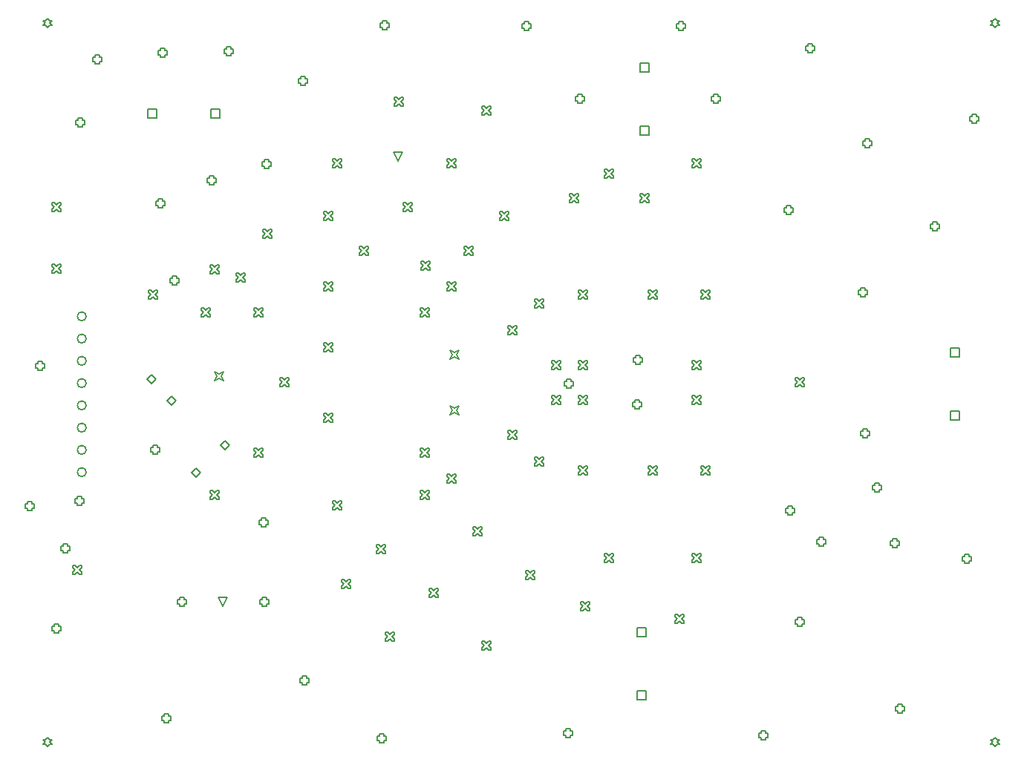
<source format=gbr>
%TF.GenerationSoftware,Altium Limited,Altium Designer,19.1.8 (144)*%
G04 Layer_Color=2752767*
%FSLAX26Y26*%
%MOIN*%
%TF.FileFunction,Drawing*%
%TF.Part,Single*%
G01*
G75*
%TA.AperFunction,NonConductor*%
%ADD70C,0.005000*%
%ADD71C,0.006667*%
D70*
X4208346Y1885512D02*
Y1925512D01*
X4248346D01*
Y1885512D01*
X4208346D01*
Y1602047D02*
Y1642047D01*
X4248346D01*
Y1602047D01*
X4208346D01*
X2802835Y346142D02*
Y386142D01*
X2842835D01*
Y346142D01*
X2802835D01*
Y629606D02*
Y669606D01*
X2842835D01*
Y629606D01*
X2802835D01*
X2814646Y2881575D02*
Y2921575D01*
X2854646D01*
Y2881575D01*
X2814646D01*
Y3165039D02*
Y3205039D01*
X2854646D01*
Y3165039D01*
X2814646D01*
X605984Y2960315D02*
Y3000315D01*
X645984D01*
Y2960315D01*
X605984D01*
X889449D02*
Y3000315D01*
X929449D01*
Y2960315D01*
X889449D01*
X941142Y766417D02*
X921142Y806417D01*
X961142D01*
X941142Y766417D01*
X1729331Y2766417D02*
X1709331Y2806417D01*
X1749331D01*
X1729331Y2766417D01*
X4409449Y3365827D02*
X4419449Y3375827D01*
X4429449D01*
X4419449Y3385827D01*
X4429449Y3395827D01*
X4419449D01*
X4409449Y3405827D01*
X4399449Y3395827D01*
X4389449D01*
X4399449Y3385827D01*
X4389449Y3375827D01*
X4399449D01*
X4409449Y3365827D01*
X157480D02*
X167480Y3375827D01*
X177480D01*
X167480Y3385827D01*
X177480Y3395827D01*
X167480D01*
X157480Y3405827D01*
X147480Y3395827D01*
X137480D01*
X147480Y3385827D01*
X137480Y3375827D01*
X147480D01*
X157480Y3365827D01*
Y137480D02*
X167480Y147480D01*
X177480D01*
X167480Y157480D01*
X177480Y167480D01*
X167480D01*
X157480Y177480D01*
X147480Y167480D01*
X137480D01*
X147480Y157480D01*
X137480Y147480D01*
X147480D01*
X157480Y137480D01*
X4409449D02*
X4419449Y147480D01*
X4429449D01*
X4419449Y157480D01*
X4429449Y167480D01*
X4419449D01*
X4409449Y177480D01*
X4399449Y167480D01*
X4389449D01*
X4399449Y157480D01*
X4389449Y147480D01*
X4399449D01*
X4409449Y137480D01*
X1964252Y1877638D02*
X1974252Y1897638D01*
X1964252Y1917638D01*
X1984252Y1907638D01*
X2004252Y1917638D01*
X1994252Y1897638D01*
X2004252Y1877638D01*
X1984252Y1887638D01*
X1964252Y1877638D01*
Y1625669D02*
X1974252Y1645669D01*
X1964252Y1665669D01*
X1984252Y1655669D01*
X2004252Y1665669D01*
X1994252Y1645669D01*
X2004252Y1625669D01*
X1984252Y1635669D01*
X1964252Y1625669D01*
X905197Y1779213D02*
X915197Y1799213D01*
X905197Y1819213D01*
X925197Y1809213D01*
X945197Y1819213D01*
X935197Y1799213D01*
X945197Y1779213D01*
X925197Y1789213D01*
X905197Y1779213D01*
X627795Y1458504D02*
Y1448504D01*
X647795D01*
Y1458504D01*
X657795D01*
Y1478504D01*
X647795D01*
Y1488504D01*
X627795D01*
Y1478504D01*
X617795D01*
Y1458504D01*
X627795D01*
X112047Y1836457D02*
Y1826457D01*
X132047D01*
Y1836457D01*
X142047D01*
Y1856457D01*
X132047D01*
Y1866457D01*
X112047D01*
Y1856457D01*
X102047D01*
Y1836457D01*
X112047D01*
X883701Y2671102D02*
Y2661102D01*
X903701D01*
Y2671102D01*
X913701D01*
Y2691102D01*
X903701D01*
Y2701102D01*
X883701D01*
Y2691102D01*
X873701D01*
Y2671102D01*
X883701D01*
X3147480Y3037244D02*
Y3027244D01*
X3167480D01*
Y3037244D01*
X3177480D01*
Y3057244D01*
X3167480D01*
Y3067244D01*
X3147480D01*
Y3057244D01*
X3137480D01*
Y3037244D01*
X3147480D01*
X2537244D02*
Y3027244D01*
X2557244D01*
Y3037244D01*
X2567244D01*
Y3057244D01*
X2557244D01*
Y3067244D01*
X2537244D01*
Y3057244D01*
X2527244D01*
Y3037244D01*
X2537244D01*
X716772Y2221102D02*
Y2211102D01*
X736772D01*
Y2221102D01*
X746772D01*
Y2241102D01*
X736772D01*
Y2251102D01*
X716772D01*
Y2241102D01*
X706772D01*
Y2221102D01*
X716772D01*
X609921Y2145354D02*
X619921D01*
X629921Y2155354D01*
X639921Y2145354D01*
X649921D01*
Y2155354D01*
X639921Y2165354D01*
X649921Y2175354D01*
Y2185354D01*
X639921D01*
X629921Y2175354D01*
X619921Y2185354D01*
X609921D01*
Y2175354D01*
X619921Y2165354D01*
X609921Y2155354D01*
Y2145354D01*
X749842Y777402D02*
Y767402D01*
X769842D01*
Y777402D01*
X779842D01*
Y797402D01*
X769842D01*
Y807402D01*
X749842D01*
Y797402D01*
X739842D01*
Y777402D01*
X749842D01*
X3478189Y1186850D02*
Y1176850D01*
X3498189D01*
Y1186850D01*
X3508189D01*
Y1206850D01*
X3498189D01*
Y1216850D01*
X3478189D01*
Y1206850D01*
X3468189D01*
Y1186850D01*
X3478189D01*
X2793150Y1663228D02*
Y1653228D01*
X2813150D01*
Y1663228D01*
X2823150D01*
Y1683228D01*
X2813150D01*
Y1693228D01*
X2793150D01*
Y1683228D01*
X2783150D01*
Y1663228D01*
X2793150D01*
X2797087Y1864016D02*
Y1854016D01*
X2817087D01*
Y1864016D01*
X2827087D01*
Y1884016D01*
X2817087D01*
Y1894016D01*
X2797087D01*
Y1884016D01*
X2787087D01*
Y1864016D01*
X2797087D01*
X2486063Y1757716D02*
Y1747716D01*
X2506063D01*
Y1757716D01*
X2516063D01*
Y1777716D01*
X2506063D01*
Y1787716D01*
X2486063D01*
Y1777716D01*
X2476063D01*
Y1757716D01*
X2486063D01*
X2990000Y3364016D02*
Y3354016D01*
X3010000D01*
Y3364016D01*
X3020000D01*
Y3384016D01*
X3010000D01*
Y3394016D01*
X2990000D01*
Y3384016D01*
X2980000D01*
Y3364016D01*
X2990000D01*
X2297087D02*
Y3354016D01*
X2317087D01*
Y3364016D01*
X2327087D01*
Y3384016D01*
X2317087D01*
Y3394016D01*
X2297087D01*
Y3384016D01*
X2287087D01*
Y3364016D01*
X2297087D01*
X1659291Y3367953D02*
Y3357953D01*
X1679291D01*
Y3367953D01*
X1689291D01*
Y3387953D01*
X1679291D01*
Y3397953D01*
X1659291D01*
Y3387953D01*
X1649291D01*
Y3367953D01*
X1659291D01*
X293150Y2930945D02*
Y2920945D01*
X313150D01*
Y2930945D01*
X323150D01*
Y2950945D01*
X313150D01*
Y2960945D01*
X293150D01*
Y2950945D01*
X283150D01*
Y2930945D01*
X293150D01*
X186850Y655354D02*
Y645354D01*
X206850D01*
Y655354D01*
X216850D01*
Y675354D01*
X206850D01*
Y685354D01*
X186850D01*
Y675354D01*
X176850D01*
Y655354D01*
X186850D01*
X678976Y253780D02*
Y243780D01*
X698976D01*
Y253780D01*
X708976D01*
Y273779D01*
X698976D01*
Y283779D01*
X678976D01*
Y273779D01*
X668976D01*
Y253780D01*
X678976D01*
X1647480Y163228D02*
Y153228D01*
X1667480D01*
Y163228D01*
X1677480D01*
Y183228D01*
X1667480D01*
Y193228D01*
X1647480D01*
Y183228D01*
X1637480D01*
Y163228D01*
X1647480D01*
X2482126Y186850D02*
Y176850D01*
X2502126D01*
Y186850D01*
X2512126D01*
Y206850D01*
X2502126D01*
Y216850D01*
X2482126D01*
Y206850D01*
X2472126D01*
Y186850D01*
X2482126D01*
X3360079Y175039D02*
Y165039D01*
X3380079D01*
Y175039D01*
X3390079D01*
Y195039D01*
X3380079D01*
Y205039D01*
X3360079D01*
Y195039D01*
X3350079D01*
Y175039D01*
X3360079D01*
X3521496Y686850D02*
Y676850D01*
X3541496D01*
Y686850D01*
X3551496D01*
Y706850D01*
X3541496D01*
Y716850D01*
X3521496D01*
Y706850D01*
X3511496D01*
Y686850D01*
X3521496D01*
X3974252Y297087D02*
Y287087D01*
X3994252D01*
Y297087D01*
X4004252D01*
Y317087D01*
X3994252D01*
Y327087D01*
X3974252D01*
Y317087D01*
X3964252D01*
Y297087D01*
X3974252D01*
X4273465Y970315D02*
Y960315D01*
X4293465D01*
Y970315D01*
X4303465D01*
Y990315D01*
X4293465D01*
Y1000315D01*
X4273465D01*
Y990315D01*
X4263465D01*
Y970315D01*
X4273465D01*
X3816772Y1533307D02*
Y1523307D01*
X3836772D01*
Y1533307D01*
X3846772D01*
Y1553307D01*
X3836772D01*
Y1563307D01*
X3816772D01*
Y1553307D01*
X3806772D01*
Y1533307D01*
X3816772D01*
X3804961Y2167165D02*
Y2157165D01*
X3824961D01*
Y2167165D01*
X3834961D01*
Y2187165D01*
X3824961D01*
Y2197165D01*
X3804961D01*
Y2187165D01*
X3794961D01*
Y2167165D01*
X3804961D01*
X4127795Y2462441D02*
Y2452441D01*
X4147795D01*
Y2462441D01*
X4157795D01*
Y2482441D01*
X4147795D01*
Y2492441D01*
X4127795D01*
Y2482441D01*
X4117795D01*
Y2462441D01*
X4127795D01*
X4304961Y2946693D02*
Y2936693D01*
X4324961D01*
Y2946693D01*
X4334961D01*
Y2966693D01*
X4324961D01*
Y2976693D01*
X4304961D01*
Y2966693D01*
X4294961D01*
Y2946693D01*
X4304961D01*
X3824646Y2836457D02*
Y2826457D01*
X3844646D01*
Y2836457D01*
X3854646D01*
Y2856457D01*
X3844646D01*
Y2866457D01*
X3824646D01*
Y2856457D01*
X3814646D01*
Y2836457D01*
X3824646D01*
X3474252Y2537244D02*
Y2527244D01*
X3494252D01*
Y2537244D01*
X3504252D01*
Y2557244D01*
X3494252D01*
Y2567244D01*
X3474252D01*
Y2557244D01*
X3464252D01*
Y2537244D01*
X3474252D01*
X3568740Y3261653D02*
Y3251653D01*
X3588740D01*
Y3261653D01*
X3598740D01*
Y3281653D01*
X3588740D01*
Y3291653D01*
X3568740D01*
Y3281653D01*
X3558740D01*
Y3261653D01*
X3568740D01*
X3867953Y1289213D02*
Y1279213D01*
X3887953D01*
Y1289213D01*
X3897953D01*
Y1309213D01*
X3887953D01*
Y1319213D01*
X3867953D01*
Y1309213D01*
X3857953D01*
Y1289213D01*
X3867953D01*
X3950630Y1041181D02*
Y1031181D01*
X3970630D01*
Y1041181D01*
X3980630D01*
Y1061181D01*
X3970630D01*
Y1071181D01*
X3950630D01*
Y1061181D01*
X3940630D01*
Y1041181D01*
X3950630D01*
X3619921Y1045118D02*
Y1035118D01*
X3639921D01*
Y1045118D01*
X3649921D01*
Y1065118D01*
X3639921D01*
Y1075118D01*
X3619921D01*
Y1065118D01*
X3609921D01*
Y1045118D01*
X3619921D01*
X1293150Y3115984D02*
Y3105984D01*
X1313150D01*
Y3115984D01*
X1323150D01*
Y3135984D01*
X1313150D01*
Y3145984D01*
X1293150D01*
Y3135984D01*
X1283150D01*
Y3115984D01*
X1293150D01*
X1301024Y423071D02*
Y413071D01*
X1321024D01*
Y423071D01*
X1331024D01*
Y443071D01*
X1321024D01*
Y453071D01*
X1301024D01*
Y443071D01*
X1291024D01*
Y423071D01*
X1301024D01*
X64803Y1206535D02*
Y1196535D01*
X84803D01*
Y1206535D01*
X94803D01*
Y1226535D01*
X84803D01*
Y1236535D01*
X64803D01*
Y1226535D01*
X54803D01*
Y1206535D01*
X64803D01*
X226220Y1017559D02*
Y1007559D01*
X246220D01*
Y1017559D01*
X256221D01*
Y1037559D01*
X246220D01*
Y1047559D01*
X226220D01*
Y1037559D01*
X216220D01*
Y1017559D01*
X226220D01*
X289213Y1230158D02*
Y1220158D01*
X309213D01*
Y1230158D01*
X319213D01*
Y1250158D01*
X309213D01*
Y1260158D01*
X289213D01*
Y1250158D01*
X279213D01*
Y1230158D01*
X289213D01*
X663228Y3241968D02*
Y3231968D01*
X683228D01*
Y3241968D01*
X693228D01*
Y3261968D01*
X683228D01*
Y3271968D01*
X663228D01*
Y3261968D01*
X653228D01*
Y3241968D01*
X663228D01*
X367953Y3214409D02*
Y3204409D01*
X387953D01*
Y3214409D01*
X397953D01*
Y3234409D01*
X387953D01*
Y3244409D01*
X367953D01*
Y3234409D01*
X357953D01*
Y3214409D01*
X367953D01*
X958504Y3249843D02*
Y3239843D01*
X978504D01*
Y3249843D01*
X988504D01*
Y3269843D01*
X978504D01*
Y3279843D01*
X958504D01*
Y3269843D01*
X948504D01*
Y3249843D01*
X958504D01*
X651417Y2564803D02*
Y2554803D01*
X671417D01*
Y2564803D01*
X681417D01*
Y2584803D01*
X671417D01*
Y2594803D01*
X651417D01*
Y2584803D01*
X641417D01*
Y2564803D01*
X651417D01*
X1127795Y2741968D02*
Y2731968D01*
X1147795D01*
Y2741968D01*
X1157795D01*
Y2761968D01*
X1147795D01*
Y2771968D01*
X1127795D01*
Y2761968D01*
X1117795D01*
Y2741968D01*
X1127795D01*
X1115984Y1131732D02*
Y1121732D01*
X1135984D01*
Y1131732D01*
X1145984D01*
Y1151732D01*
X1135984D01*
Y1161732D01*
X1115984D01*
Y1151732D01*
X1105984D01*
Y1131732D01*
X1115984D01*
X1119921Y777402D02*
Y767402D01*
X1139921D01*
Y777402D01*
X1149921D01*
Y797402D01*
X1139921D01*
Y807402D01*
X1119921D01*
Y797402D01*
X1109921D01*
Y777402D01*
X1119921D01*
X602047Y1787402D02*
X622047Y1807402D01*
X642047Y1787402D01*
X622047Y1767402D01*
X602047Y1787402D01*
X692598Y1688976D02*
X712598Y1708976D01*
X732598Y1688976D01*
X712598Y1668976D01*
X692598Y1688976D01*
X932756Y1488189D02*
X952756Y1508189D01*
X972756Y1488189D01*
X952756Y1468189D01*
X932756Y1488189D01*
X802835Y1366142D02*
X822835Y1386142D01*
X842835Y1366142D01*
X822835Y1346142D01*
X802835Y1366142D01*
X846142Y2066614D02*
X856142D01*
X866142Y2076614D01*
X876142Y2066614D01*
X886142D01*
Y2076614D01*
X876142Y2086614D01*
X886142Y2096614D01*
Y2106614D01*
X876142D01*
X866142Y2096614D01*
X856142Y2106614D01*
X846142D01*
Y2096614D01*
X856142Y2086614D01*
X846142Y2076614D01*
Y2066614D01*
X176850Y2539055D02*
X186850D01*
X196850Y2549055D01*
X206850Y2539055D01*
X216850D01*
Y2549055D01*
X206850Y2559055D01*
X216850Y2569055D01*
Y2579055D01*
X206850D01*
X196850Y2569055D01*
X186850Y2579055D01*
X176850D01*
Y2569055D01*
X186850Y2559055D01*
X176850Y2549055D01*
Y2539055D01*
Y2263465D02*
X186850D01*
X196850Y2273465D01*
X206850Y2263465D01*
X216850D01*
Y2273465D01*
X206850Y2283465D01*
X216850Y2293465D01*
Y2303465D01*
X206850D01*
X196850Y2293465D01*
X186850Y2303465D01*
X176850D01*
Y2293465D01*
X186850Y2283465D01*
X176850Y2273465D01*
Y2263465D01*
X1121732Y2420945D02*
X1131732D01*
X1141732Y2430945D01*
X1151732Y2420945D01*
X1161732D01*
Y2430945D01*
X1151732Y2440945D01*
X1161732Y2450945D01*
Y2460945D01*
X1151732D01*
X1141732Y2450945D01*
X1131732Y2460945D01*
X1121732D01*
Y2450945D01*
X1131732Y2440945D01*
X1121732Y2430945D01*
Y2420945D01*
X1003622Y2224095D02*
X1013622D01*
X1023622Y2234095D01*
X1033622Y2224095D01*
X1043622D01*
Y2234095D01*
X1033622Y2244095D01*
X1043622Y2254095D01*
Y2264095D01*
X1033622D01*
X1023622Y2254095D01*
X1013622Y2264095D01*
X1003622D01*
Y2254095D01*
X1013622Y2244095D01*
X1003622Y2234095D01*
Y2224095D01*
X1200472Y1751653D02*
X1210472D01*
X1220472Y1761653D01*
X1230472Y1751653D01*
X1240472D01*
Y1761653D01*
X1230472Y1771653D01*
X1240472Y1781653D01*
Y1791653D01*
X1230472D01*
X1220472Y1781653D01*
X1210472Y1791653D01*
X1200472D01*
Y1781653D01*
X1210472Y1771653D01*
X1200472Y1761653D01*
Y1751653D01*
X1082362Y2066614D02*
X1092362D01*
X1102362Y2076614D01*
X1112362Y2066614D01*
X1122362D01*
Y2076614D01*
X1112362Y2086614D01*
X1122362Y2096614D01*
Y2106614D01*
X1112362D01*
X1102362Y2096614D01*
X1092362Y2106614D01*
X1082362D01*
Y2096614D01*
X1092362Y2086614D01*
X1082362Y2076614D01*
Y2066614D01*
Y1436693D02*
X1092362D01*
X1102362Y1446693D01*
X1112362Y1436693D01*
X1122362D01*
Y1446693D01*
X1112362Y1456693D01*
X1122362Y1466693D01*
Y1476693D01*
X1112362D01*
X1102362Y1466693D01*
X1092362Y1476693D01*
X1082362D01*
Y1466693D01*
X1092362Y1456693D01*
X1082362Y1446693D01*
Y1436693D01*
X2105984Y2972126D02*
X2115984D01*
X2125984Y2982126D01*
X2135984Y2972126D01*
X2145984D01*
Y2982126D01*
X2135984Y2992126D01*
X2145984Y3002126D01*
Y3012126D01*
X2135984D01*
X2125984Y3002126D01*
X2115984Y3012126D01*
X2105984D01*
Y3002126D01*
X2115984Y2992126D01*
X2105984Y2982126D01*
Y2972126D01*
X1948504Y2735905D02*
X1958504D01*
X1968504Y2745905D01*
X1978504Y2735905D01*
X1988504D01*
Y2745905D01*
X1978504Y2755905D01*
X1988504Y2765905D01*
Y2775905D01*
X1978504D01*
X1968504Y2765905D01*
X1958504Y2775905D01*
X1948504D01*
Y2765905D01*
X1958504Y2755905D01*
X1948504Y2745905D01*
Y2735905D01*
X1712284Y3011496D02*
X1722284D01*
X1732284Y3021496D01*
X1742284Y3011496D01*
X1752284D01*
Y3021496D01*
X1742284Y3031496D01*
X1752284Y3041496D01*
Y3051496D01*
X1742284D01*
X1732284Y3041496D01*
X1722284Y3051496D01*
X1712284D01*
Y3041496D01*
X1722284Y3031496D01*
X1712284Y3021496D01*
Y3011496D01*
X1436693Y2735905D02*
X1446693D01*
X1456693Y2745905D01*
X1466693Y2735905D01*
X1476693D01*
Y2745905D01*
X1466693Y2755905D01*
X1476693Y2765905D01*
Y2775905D01*
X1466693D01*
X1456693Y2765905D01*
X1446693Y2775905D01*
X1436693D01*
Y2765905D01*
X1446693Y2755905D01*
X1436693Y2745905D01*
Y2735905D01*
X1751653Y2539055D02*
X1761653D01*
X1771653Y2549055D01*
X1781653Y2539055D01*
X1791653D01*
Y2549055D01*
X1781653Y2559055D01*
X1791653Y2569055D01*
Y2579055D01*
X1781653D01*
X1771653Y2569055D01*
X1761653Y2579055D01*
X1751653D01*
Y2569055D01*
X1761653Y2559055D01*
X1751653Y2549055D01*
Y2539055D01*
X1397323Y2499685D02*
X1407323D01*
X1417323Y2509685D01*
X1427323Y2499685D01*
X1437323D01*
Y2509685D01*
X1427323Y2519685D01*
X1437323Y2529685D01*
Y2539685D01*
X1427323D01*
X1417323Y2529685D01*
X1407323Y2539685D01*
X1397323D01*
Y2529685D01*
X1407323Y2519685D01*
X1397323Y2509685D01*
Y2499685D01*
X1554803Y2342205D02*
X1564803D01*
X1574803Y2352205D01*
X1584803Y2342205D01*
X1594803D01*
Y2352205D01*
X1584803Y2362205D01*
X1594803Y2372205D01*
Y2382205D01*
X1584803D01*
X1574803Y2372205D01*
X1564803Y2382205D01*
X1554803D01*
Y2372205D01*
X1564803Y2362205D01*
X1554803Y2352205D01*
Y2342205D01*
X1397323Y2184724D02*
X1407323D01*
X1417323Y2194724D01*
X1427323Y2184724D01*
X1437323D01*
Y2194724D01*
X1427323Y2204724D01*
X1437323Y2214724D01*
Y2224724D01*
X1427323D01*
X1417323Y2214724D01*
X1407323Y2224724D01*
X1397323D01*
Y2214724D01*
X1407323Y2204724D01*
X1397323Y2194724D01*
Y2184724D01*
Y1594173D02*
X1407323D01*
X1417323Y1604173D01*
X1427323Y1594173D01*
X1437323D01*
Y1604173D01*
X1427323Y1614173D01*
X1437323Y1624173D01*
Y1634173D01*
X1427323D01*
X1417323Y1624173D01*
X1407323Y1634173D01*
X1397323D01*
Y1624173D01*
X1407323Y1614173D01*
X1397323Y1604173D01*
Y1594173D01*
Y1909134D02*
X1407323D01*
X1417323Y1919134D01*
X1427323Y1909134D01*
X1437323D01*
Y1919134D01*
X1427323Y1929134D01*
X1437323Y1939134D01*
Y1949134D01*
X1427323D01*
X1417323Y1939134D01*
X1407323Y1949134D01*
X1397323D01*
Y1939134D01*
X1407323Y1929134D01*
X1397323Y1919134D01*
Y1909134D01*
X3050866Y2735905D02*
X3060866D01*
X3070866Y2745905D01*
X3080866Y2735905D01*
X3090866D01*
Y2745905D01*
X3080866Y2755905D01*
X3090866Y2765905D01*
Y2775905D01*
X3080866D01*
X3070866Y2765905D01*
X3060866Y2775905D01*
X3050866D01*
Y2765905D01*
X3060866Y2755905D01*
X3050866Y2745905D01*
Y2735905D01*
X2657165Y2688661D02*
X2667165D01*
X2677165Y2698661D01*
X2687165Y2688661D01*
X2697165D01*
Y2698661D01*
X2687165Y2708661D01*
X2697165Y2718661D01*
Y2728661D01*
X2687165D01*
X2677165Y2718661D01*
X2667165Y2728661D01*
X2657165D01*
Y2718661D01*
X2667165Y2708661D01*
X2657165Y2698661D01*
Y2688661D01*
X2814646Y2578425D02*
X2824646D01*
X2834646Y2588425D01*
X2844646Y2578425D01*
X2854646D01*
Y2588425D01*
X2844646Y2598425D01*
X2854646Y2608425D01*
Y2618425D01*
X2844646D01*
X2834646Y2608425D01*
X2824646Y2618425D01*
X2814646D01*
Y2608425D01*
X2824646Y2598425D01*
X2814646Y2588425D01*
Y2578425D01*
X2499685D02*
X2509685D01*
X2519685Y2588425D01*
X2529685Y2578425D01*
X2539685D01*
Y2588425D01*
X2529685Y2598425D01*
X2539685Y2608425D01*
Y2618425D01*
X2529685D01*
X2519685Y2608425D01*
X2509685Y2618425D01*
X2499685D01*
Y2608425D01*
X2509685Y2598425D01*
X2499685Y2588425D01*
Y2578425D01*
X2184724Y2499685D02*
X2194724D01*
X2204724Y2509685D01*
X2214724Y2499685D01*
X2224724D01*
Y2509685D01*
X2214724Y2519685D01*
X2224724Y2529685D01*
Y2539685D01*
X2214724D01*
X2204724Y2529685D01*
X2194724Y2539685D01*
X2184724D01*
Y2529685D01*
X2194724Y2519685D01*
X2184724Y2509685D01*
Y2499685D01*
X2027244Y2342205D02*
X2037244D01*
X2047244Y2352205D01*
X2057244Y2342205D01*
X2067244D01*
Y2352205D01*
X2057244Y2362205D01*
X2067244Y2372205D01*
Y2382205D01*
X2057244D01*
X2047244Y2372205D01*
X2037244Y2382205D01*
X2027244D01*
Y2372205D01*
X2037244Y2362205D01*
X2027244Y2352205D01*
Y2342205D01*
X1948504Y2184724D02*
X1958504D01*
X1968504Y2194724D01*
X1978504Y2184724D01*
X1988504D01*
Y2194724D01*
X1978504Y2204724D01*
X1988504Y2214724D01*
Y2224724D01*
X1978504D01*
X1968504Y2214724D01*
X1958504Y2224724D01*
X1948504D01*
Y2214724D01*
X1958504Y2204724D01*
X1948504Y2194724D01*
Y2184724D01*
X1830394Y2066614D02*
X1840394D01*
X1850394Y2076614D01*
X1860394Y2066614D01*
X1870394D01*
Y2076614D01*
X1860394Y2086614D01*
X1870394Y2096614D01*
Y2106614D01*
X1860394D01*
X1850394Y2096614D01*
X1840394Y2106614D01*
X1830394D01*
Y2096614D01*
X1840394Y2086614D01*
X1830394Y2076614D01*
Y2066614D01*
X2972126Y688661D02*
X2982126D01*
X2992126Y698661D01*
X3002126Y688661D01*
X3012126D01*
Y698661D01*
X3002126Y708661D01*
X3012126Y718661D01*
Y728661D01*
X3002126D01*
X2992126Y718661D01*
X2982126Y728661D01*
X2972126D01*
Y718661D01*
X2982126Y708661D01*
X2972126Y698661D01*
Y688661D01*
X3050866Y964252D02*
X3060866D01*
X3070866Y974252D01*
X3080866Y964252D01*
X3090866D01*
Y974252D01*
X3080866Y984252D01*
X3090866Y994252D01*
Y1004252D01*
X3080866D01*
X3070866Y994252D01*
X3060866Y1004252D01*
X3050866D01*
Y994252D01*
X3060866Y984252D01*
X3050866Y974252D01*
Y964252D01*
X2657165D02*
X2667165D01*
X2677165Y974252D01*
X2687165Y964252D01*
X2697165D01*
Y974252D01*
X2687165Y984252D01*
X2697165Y994252D01*
Y1004252D01*
X2687165D01*
X2677165Y994252D01*
X2667165Y1004252D01*
X2657165D01*
Y994252D01*
X2667165Y984252D01*
X2657165Y974252D01*
Y964252D01*
X2550866Y747716D02*
X2560866D01*
X2570866Y757716D01*
X2580866Y747716D01*
X2590866D01*
Y757716D01*
X2580866Y767716D01*
X2590866Y777716D01*
Y787716D01*
X2580866D01*
X2570866Y777716D01*
X2560866Y787716D01*
X2550866D01*
Y777716D01*
X2560866Y767716D01*
X2550866Y757716D01*
Y747716D01*
X2302835Y885512D02*
X2312835D01*
X2322835Y895512D01*
X2332835Y885512D01*
X2342835D01*
Y895512D01*
X2332835Y905512D01*
X2342835Y915512D01*
Y925512D01*
X2332835D01*
X2322835Y915512D01*
X2312835Y925512D01*
X2302835D01*
Y915512D01*
X2312835Y905512D01*
X2302835Y895512D01*
Y885512D01*
X2066614Y1082362D02*
X2076614D01*
X2086614Y1092362D01*
X2096614Y1082362D01*
X2106614D01*
Y1092362D01*
X2096614Y1102362D01*
X2106614Y1112362D01*
Y1122362D01*
X2096614D01*
X2086614Y1112362D01*
X2076614Y1122362D01*
X2066614D01*
Y1112362D01*
X2076614Y1102362D01*
X2066614Y1092362D01*
Y1082362D01*
X1948504Y1318583D02*
X1958504D01*
X1968504Y1328583D01*
X1978504Y1318583D01*
X1988504D01*
Y1328583D01*
X1978504Y1338583D01*
X1988504Y1348583D01*
Y1358583D01*
X1978504D01*
X1968504Y1348583D01*
X1958504Y1358583D01*
X1948504D01*
Y1348583D01*
X1958504Y1338583D01*
X1948504Y1328583D01*
Y1318583D01*
X1830394Y1436693D02*
X1840394D01*
X1850394Y1446693D01*
X1860394Y1436693D01*
X1870394D01*
Y1446693D01*
X1860394Y1456693D01*
X1870394Y1466693D01*
Y1476693D01*
X1860394D01*
X1850394Y1466693D01*
X1840394Y1476693D01*
X1830394D01*
Y1466693D01*
X1840394Y1456693D01*
X1830394Y1446693D01*
Y1436693D01*
X1672913Y609921D02*
X1682913D01*
X1692913Y619921D01*
X1702913Y609921D01*
X1712913D01*
Y619921D01*
X1702913Y629921D01*
X1712913Y639921D01*
Y649921D01*
X1702913D01*
X1692913Y639921D01*
X1682913Y649921D01*
X1672913D01*
Y639921D01*
X1682913Y629921D01*
X1672913Y619921D01*
Y609921D01*
X1476063Y846142D02*
X1486063D01*
X1496063Y856142D01*
X1506063Y846142D01*
X1516063D01*
Y856142D01*
X1506063Y866142D01*
X1516063Y876142D01*
Y886142D01*
X1506063D01*
X1496063Y876142D01*
X1486063Y886142D01*
X1476063D01*
Y876142D01*
X1486063Y866142D01*
X1476063Y856142D01*
Y846142D01*
X2105984Y570551D02*
X2115984D01*
X2125984Y580551D01*
X2135984Y570551D01*
X2145984D01*
Y580551D01*
X2135984Y590551D01*
X2145984Y600551D01*
Y610551D01*
X2135984D01*
X2125984Y600551D01*
X2115984Y610551D01*
X2105984D01*
Y600551D01*
X2115984Y590551D01*
X2105984Y580551D01*
Y570551D01*
X1869764Y806772D02*
X1879764D01*
X1889764Y816772D01*
X1899764Y806772D01*
X1909764D01*
Y816772D01*
X1899764Y826772D01*
X1909764Y836772D01*
Y846772D01*
X1899764D01*
X1889764Y836772D01*
X1879764Y846772D01*
X1869764D01*
Y836772D01*
X1879764Y826772D01*
X1869764Y816772D01*
Y806772D01*
X1633543Y1003622D02*
X1643543D01*
X1653543Y1013622D01*
X1663543Y1003622D01*
X1673543D01*
Y1013622D01*
X1663543Y1023622D01*
X1673543Y1033622D01*
Y1043622D01*
X1663543D01*
X1653543Y1033622D01*
X1643543Y1043622D01*
X1633543D01*
Y1033622D01*
X1643543Y1023622D01*
X1633543Y1013622D01*
Y1003622D01*
X1436693Y1200472D02*
X1446693D01*
X1456693Y1210472D01*
X1466693Y1200472D01*
X1476693D01*
Y1210472D01*
X1466693Y1220472D01*
X1476693Y1230472D01*
Y1240472D01*
X1466693D01*
X1456693Y1230472D01*
X1446693Y1240472D01*
X1436693D01*
Y1230472D01*
X1446693Y1220472D01*
X1436693Y1210472D01*
Y1200472D01*
X3090236Y2145354D02*
X3100236D01*
X3110236Y2155354D01*
X3120236Y2145354D01*
X3130236D01*
Y2155354D01*
X3120236Y2165354D01*
X3130236Y2175354D01*
Y2185354D01*
X3120236D01*
X3110236Y2175354D01*
X3100236Y2185354D01*
X3090236D01*
Y2175354D01*
X3100236Y2165354D01*
X3090236Y2155354D01*
Y2145354D01*
X2854016D02*
X2864016D01*
X2874016Y2155354D01*
X2884016Y2145354D01*
X2894016D01*
Y2155354D01*
X2884016Y2165354D01*
X2894016Y2175354D01*
Y2185354D01*
X2884016D01*
X2874016Y2175354D01*
X2864016Y2185354D01*
X2854016D01*
Y2175354D01*
X2864016Y2165354D01*
X2854016Y2155354D01*
Y2145354D01*
X2539055D02*
X2549055D01*
X2559055Y2155354D01*
X2569055Y2145354D01*
X2579055D01*
Y2155354D01*
X2569055Y2165354D01*
X2579055Y2175354D01*
Y2185354D01*
X2569055D01*
X2559055Y2175354D01*
X2549055Y2185354D01*
X2539055D01*
Y2175354D01*
X2549055Y2165354D01*
X2539055Y2155354D01*
Y2145354D01*
X2342205Y2105984D02*
X2352205D01*
X2362205Y2115984D01*
X2372205Y2105984D01*
X2382205D01*
Y2115984D01*
X2372205Y2125984D01*
X2382205Y2135984D01*
Y2145984D01*
X2372205D01*
X2362205Y2135984D01*
X2352205Y2145984D01*
X2342205D01*
Y2135984D01*
X2352205Y2125984D01*
X2342205Y2115984D01*
Y2105984D01*
X2224095Y1987874D02*
X2234095D01*
X2244095Y1997874D01*
X2254095Y1987874D01*
X2264095D01*
Y1997874D01*
X2254095Y2007874D01*
X2264095Y2017874D01*
Y2027874D01*
X2254095D01*
X2244095Y2017874D01*
X2234095Y2027874D01*
X2224095D01*
Y2017874D01*
X2234095Y2007874D01*
X2224095Y1997874D01*
Y1987874D01*
X2539055Y1672913D02*
X2549055D01*
X2559055Y1682913D01*
X2569055Y1672913D01*
X2579055D01*
Y1682913D01*
X2569055Y1692913D01*
X2579055Y1702913D01*
Y1712913D01*
X2569055D01*
X2559055Y1702913D01*
X2549055Y1712913D01*
X2539055D01*
Y1702913D01*
X2549055Y1692913D01*
X2539055Y1682913D01*
Y1672913D01*
Y1830394D02*
X2549055D01*
X2559055Y1840394D01*
X2569055Y1830394D01*
X2579055D01*
Y1840394D01*
X2569055Y1850394D01*
X2579055Y1860394D01*
Y1870394D01*
X2569055D01*
X2559055Y1860394D01*
X2549055Y1870394D01*
X2539055D01*
Y1860394D01*
X2549055Y1850394D01*
X2539055Y1840394D01*
Y1830394D01*
X3050866D02*
X3060866D01*
X3070866Y1840394D01*
X3080866Y1830394D01*
X3090866D01*
Y1840394D01*
X3080866Y1850394D01*
X3090866Y1860394D01*
Y1870394D01*
X3080866D01*
X3070866Y1860394D01*
X3060866Y1870394D01*
X3050866D01*
Y1860394D01*
X3060866Y1850394D01*
X3050866Y1840394D01*
Y1830394D01*
Y1672913D02*
X3060866D01*
X3070866Y1682913D01*
X3080866Y1672913D01*
X3090866D01*
Y1682913D01*
X3080866Y1692913D01*
X3090866Y1702913D01*
Y1712913D01*
X3080866D01*
X3070866Y1702913D01*
X3060866Y1712913D01*
X3050866D01*
Y1702913D01*
X3060866Y1692913D01*
X3050866Y1682913D01*
Y1672913D01*
X2420945D02*
X2430945D01*
X2440945Y1682913D01*
X2450945Y1672913D01*
X2460945D01*
Y1682913D01*
X2450945Y1692913D01*
X2460945Y1702913D01*
Y1712913D01*
X2450945D01*
X2440945Y1702913D01*
X2430945Y1712913D01*
X2420945D01*
Y1702913D01*
X2430945Y1692913D01*
X2420945Y1682913D01*
Y1672913D01*
Y1830394D02*
X2430945D01*
X2440945Y1840394D01*
X2450945Y1830394D01*
X2460945D01*
Y1840394D01*
X2450945Y1850394D01*
X2460945Y1860394D01*
Y1870394D01*
X2450945D01*
X2440945Y1860394D01*
X2430945Y1870394D01*
X2420945D01*
Y1860394D01*
X2430945Y1850394D01*
X2420945Y1840394D01*
Y1830394D01*
X3090236Y1357953D02*
X3100236D01*
X3110236Y1367953D01*
X3120236Y1357953D01*
X3130236D01*
Y1367953D01*
X3120236Y1377953D01*
X3130236Y1387953D01*
Y1397953D01*
X3120236D01*
X3110236Y1387953D01*
X3100236Y1397953D01*
X3090236D01*
Y1387953D01*
X3100236Y1377953D01*
X3090236Y1367953D01*
Y1357953D01*
X2854016D02*
X2864016D01*
X2874016Y1367953D01*
X2884016Y1357953D01*
X2894016D01*
Y1367953D01*
X2884016Y1377953D01*
X2894016Y1387953D01*
Y1397953D01*
X2884016D01*
X2874016Y1387953D01*
X2864016Y1397953D01*
X2854016D01*
Y1387953D01*
X2864016Y1377953D01*
X2854016Y1367953D01*
Y1357953D01*
X2539055D02*
X2549055D01*
X2559055Y1367953D01*
X2569055Y1357953D01*
X2579055D01*
Y1367953D01*
X2569055Y1377953D01*
X2579055Y1387953D01*
Y1397953D01*
X2569055D01*
X2559055Y1387953D01*
X2549055Y1397953D01*
X2539055D01*
Y1387953D01*
X2549055Y1377953D01*
X2539055Y1367953D01*
Y1357953D01*
X2342205Y1397323D02*
X2352205D01*
X2362205Y1407323D01*
X2372205Y1397323D01*
X2382205D01*
Y1407323D01*
X2372205Y1417323D01*
X2382205Y1427323D01*
Y1437323D01*
X2372205D01*
X2362205Y1427323D01*
X2352205Y1437323D01*
X2342205D01*
Y1427323D01*
X2352205Y1417323D01*
X2342205Y1407323D01*
Y1397323D01*
X2224095Y1515433D02*
X2234095D01*
X2244095Y1525433D01*
X2254095Y1515433D01*
X2264095D01*
Y1525433D01*
X2254095Y1535433D01*
X2264095Y1545433D01*
Y1555433D01*
X2254095D01*
X2244095Y1545433D01*
X2234095Y1555433D01*
X2224095D01*
Y1545433D01*
X2234095Y1535433D01*
X2224095Y1525433D01*
Y1515433D01*
X885512Y2259724D02*
X895512D01*
X905512Y2269724D01*
X915512Y2259724D01*
X925512D01*
Y2269724D01*
X915512Y2279724D01*
X925512Y2289724D01*
Y2299724D01*
X915512D01*
X905512Y2289724D01*
X895512Y2299724D01*
X885512D01*
Y2289724D01*
X895512Y2279724D01*
X885512Y2269724D01*
Y2259724D01*
X269370Y909134D02*
X279370D01*
X289370Y919134D01*
X299370Y909134D01*
X309370D01*
Y919134D01*
X299370Y929134D01*
X309370Y939134D01*
Y949134D01*
X299370D01*
X289370Y939134D01*
X279370Y949134D01*
X269370D01*
Y939134D01*
X279370Y929134D01*
X269370Y919134D01*
Y909134D01*
X1831378Y2275276D02*
X1841378D01*
X1851378Y2285276D01*
X1861378Y2275276D01*
X1871378D01*
Y2285276D01*
X1861378Y2295276D01*
X1871378Y2305276D01*
Y2315276D01*
X1861378D01*
X1851378Y2305276D01*
X1841378Y2315276D01*
X1831378D01*
Y2305276D01*
X1841378Y2295276D01*
X1831378Y2285276D01*
Y2275276D01*
X885512Y1247716D02*
X895512D01*
X905512Y1257716D01*
X915512Y1247716D01*
X925512D01*
Y1257716D01*
X915512Y1267716D01*
X925512Y1277716D01*
Y1287716D01*
X915512D01*
X905512Y1277716D01*
X895512Y1287716D01*
X885512D01*
Y1277716D01*
X895512Y1267716D01*
X885512Y1257716D01*
Y1247716D01*
X1829409D02*
X1839409D01*
X1849409Y1257716D01*
X1859409Y1247716D01*
X1869409D01*
Y1257716D01*
X1859409Y1267716D01*
X1869409Y1277716D01*
Y1287716D01*
X1859409D01*
X1849409Y1277716D01*
X1839409Y1287716D01*
X1829409D01*
Y1277716D01*
X1839409Y1267716D01*
X1829409Y1257716D01*
Y1247716D01*
X3512480Y1753622D02*
X3522480D01*
X3532480Y1763622D01*
X3542480Y1753622D01*
X3552480D01*
Y1763622D01*
X3542480Y1773622D01*
X3552480Y1783622D01*
Y1793622D01*
X3542480D01*
X3532480Y1783622D01*
X3522480Y1793622D01*
X3512480D01*
Y1783622D01*
X3522480Y1773622D01*
X3512480Y1763622D01*
Y1753622D01*
D71*
X330039Y2068700D02*
G03*
X330039Y2068700I-20000J0D01*
G01*
Y1968700D02*
G03*
X330039Y1968700I-20000J0D01*
G01*
Y1868700D02*
G03*
X330039Y1868700I-20000J0D01*
G01*
Y1768700D02*
G03*
X330039Y1768700I-20000J0D01*
G01*
Y1668700D02*
G03*
X330039Y1668700I-20000J0D01*
G01*
Y1568700D02*
G03*
X330039Y1568700I-20000J0D01*
G01*
Y1468700D02*
G03*
X330039Y1468700I-20000J0D01*
G01*
Y1368700D02*
G03*
X330039Y1368700I-20000J0D01*
G01*
%TF.MD5,9048f2757455c267aafc1f4be2e92bca*%
M02*

</source>
